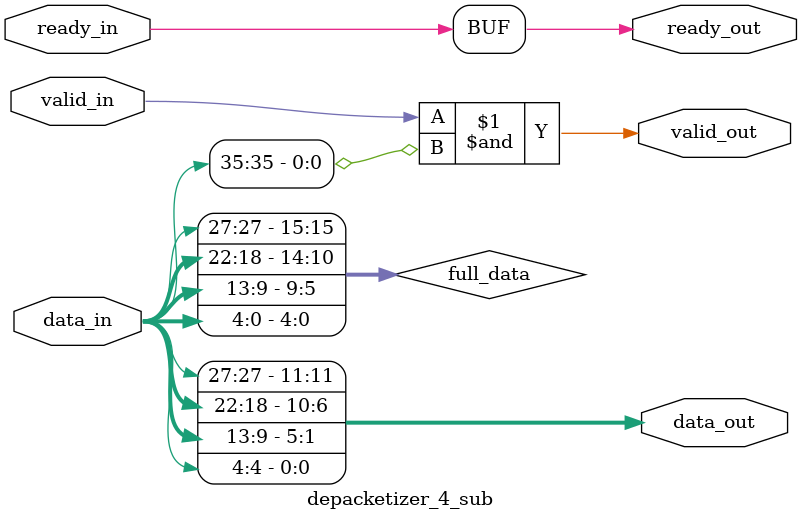
<source format=sv>
/*
 * function : take in packets and spit out data only (strip control)
 * author   : Mohamed S. Abdelfattah
 * date     : 3-SEPT-2014
 */

module depacketizer_4_sub
#(
	parameter WIDTH_PKT = 36,
	parameter WIDTH_DATA = 12,
	parameter VC_ADDRESS_WIDTH = 1,
	parameter ADDRESS_WIDTH = 4
)
(
	input [WIDTH_PKT-1:0] data_in,
	input                 valid_in,
	output                ready_out,
	
	output [WIDTH_DATA-1:0] data_out,
	output                  valid_out,
	input                   ready_in
);

localparam WIDTH_FLIT = WIDTH_PKT/4;
localparam DATA_POS_HEAD = WIDTH_PKT - 3 - VC_ADDRESS_WIDTH - ADDRESS_WIDTH - 1;
localparam DATA_POS_B1   = WIDTH_PKT - WIDTH_FLIT - 3 - VC_ADDRESS_WIDTH - 1;
localparam DATA_POS_B2   = WIDTH_PKT - 2*WIDTH_FLIT - 3 - VC_ADDRESS_WIDTH - 1;
localparam DATA_POS_TAIL = WIDTH_PKT - 3*WIDTH_FLIT - 3 - VC_ADDRESS_WIDTH - 1;

localparam WIDTH_DATA_IDL = WIDTH_PKT - 3*4 -4*VC_ADDRESS_WIDTH - ADDRESS_WIDTH;
localparam EXTRA_BITS = WIDTH_DATA_IDL - WIDTH_DATA;

localparam VALID_POS_HEAD = WIDTH_PKT - 1;

wire [WIDTH_DATA_IDL-1:0] full_data;


//------------------------------------------------------------------------
// Implementation
//------------------------------------------------------------------------

assign ready_out = ready_in;
assign valid_out = valid_in & data_in[VALID_POS_HEAD];


//here we need to strip all the control bits and concat data back together


assign full_data = {
		data_in[DATA_POS_HEAD : 3*WIDTH_FLIT],
		data_in[DATA_POS_B1   : 2*WIDTH_FLIT],
		data_in[DATA_POS_B2   : 1*WIDTH_FLIT],
		data_in[DATA_POS_TAIL : 0]
};

assign data_out = full_data[WIDTH_DATA_IDL-1 -: WIDTH_DATA];



endmodule

</source>
